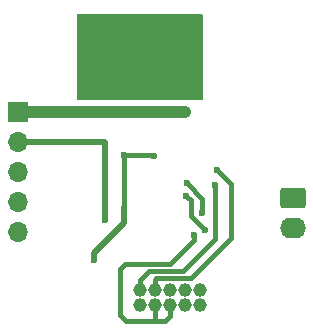
<source format=gbr>
%TF.GenerationSoftware,KiCad,Pcbnew,9.0.0-9.0.0-2~ubuntu24.04.1*%
%TF.CreationDate,2025-03-10T00:00:20+00:00*%
%TF.ProjectId,boondocker-softstart,626f6f6e-646f-4636-9b65-722d736f6674,rev?*%
%TF.SameCoordinates,Original*%
%TF.FileFunction,Copper,L2,Bot*%
%TF.FilePolarity,Positive*%
%FSLAX46Y46*%
G04 Gerber Fmt 4.6, Leading zero omitted, Abs format (unit mm)*
G04 Created by KiCad (PCBNEW 9.0.0-9.0.0-2~ubuntu24.04.1) date 2025-03-10 00:00:20*
%MOMM*%
%LPD*%
G01*
G04 APERTURE LIST*
G04 Aperture macros list*
%AMRoundRect*
0 Rectangle with rounded corners*
0 $1 Rounding radius*
0 $2 $3 $4 $5 $6 $7 $8 $9 X,Y pos of 4 corners*
0 Add a 4 corners polygon primitive as box body*
4,1,4,$2,$3,$4,$5,$6,$7,$8,$9,$2,$3,0*
0 Add four circle primitives for the rounded corners*
1,1,$1+$1,$2,$3*
1,1,$1+$1,$4,$5*
1,1,$1+$1,$6,$7*
1,1,$1+$1,$8,$9*
0 Add four rect primitives between the rounded corners*
20,1,$1+$1,$2,$3,$4,$5,0*
20,1,$1+$1,$4,$5,$6,$7,0*
20,1,$1+$1,$6,$7,$8,$9,0*
20,1,$1+$1,$8,$9,$2,$3,0*%
G04 Aperture macros list end*
%TA.AperFunction,ComponentPad*%
%ADD10O,2.190000X1.740000*%
%TD*%
%TA.AperFunction,ComponentPad*%
%ADD11RoundRect,0.250000X-0.845000X0.620000X-0.845000X-0.620000X0.845000X-0.620000X0.845000X0.620000X0*%
%TD*%
%TA.AperFunction,ComponentPad*%
%ADD12R,1.700000X1.700000*%
%TD*%
%TA.AperFunction,ComponentPad*%
%ADD13O,1.700000X1.700000*%
%TD*%
%TA.AperFunction,ComponentPad*%
%ADD14C,1.150000*%
%TD*%
%TA.AperFunction,ViaPad*%
%ADD15C,0.600000*%
%TD*%
%TA.AperFunction,ViaPad*%
%ADD16C,1.000000*%
%TD*%
%TA.AperFunction,Conductor*%
%ADD17C,0.400000*%
%TD*%
%TA.AperFunction,Conductor*%
%ADD18C,0.500000*%
%TD*%
%TA.AperFunction,Conductor*%
%ADD19C,1.000000*%
%TD*%
G04 APERTURE END LIST*
D10*
%TO.P,J2,2,Pin_2*%
%TO.N,/nSW*%
X104930000Y-94220000D03*
D11*
%TO.P,J2,1,Pin_1*%
%TO.N,GND*%
X104930000Y-91680000D03*
%TD*%
D12*
%TO.P,J3,1,Pin_1*%
%TO.N,+BATT*%
X81600000Y-84440000D03*
D13*
%TO.P,J3,2,Pin_2*%
%TO.N,GND*%
X81600000Y-86980000D03*
%TO.P,J3,3,Pin_3*%
%TO.N,Net-(J3-Pin_3)*%
X81600000Y-89520000D03*
%TO.P,J3,4,Pin_4*%
%TO.N,Net-(J3-Pin_4)*%
X81600000Y-92060000D03*
%TO.P,J3,5,Pin_5*%
%TO.N,Net-(J3-Pin_5)*%
X81600000Y-94600000D03*
%TD*%
D14*
%TO.P,J1,1,1*%
%TO.N,+3.3V*%
X91930000Y-100750000D03*
%TO.P,J1,2,2*%
%TO.N,/SWDAT*%
X91930000Y-99480000D03*
%TO.P,J1,3,3*%
%TO.N,GND*%
X93200000Y-100750000D03*
%TO.P,J1,4,4*%
%TO.N,/SWCLK*%
X93200000Y-99480000D03*
%TO.P,J1,5,5*%
%TO.N,GND*%
X94470000Y-100750000D03*
%TO.P,J1,6,6*%
%TO.N,unconnected-(J1-Pad6)*%
X94470000Y-99480000D03*
%TO.P,J1,7,7*%
%TO.N,unconnected-(J1-Pad7)*%
X95740000Y-100750000D03*
%TO.P,J1,8,8*%
%TO.N,unconnected-(J1-Pad8)*%
X95740000Y-99480000D03*
%TO.P,J1,9,9*%
%TO.N,unconnected-(J1-Pad9)*%
X97010000Y-100750000D03*
%TO.P,J1,10,10*%
%TO.N,/nRST*%
X97010000Y-99480000D03*
%TD*%
D15*
%TO.N,/SWCLK*%
X98450000Y-89300000D03*
%TO.N,/SWDAT*%
X98350000Y-90600000D03*
%TO.N,+3.3V*%
X90650000Y-88105000D03*
X93150000Y-88150000D03*
X88100000Y-96975000D03*
X90650000Y-92600000D03*
%TO.N,/nRST*%
X97450000Y-94450000D03*
X95900000Y-91550000D03*
D16*
%TO.N,GND*%
X94400000Y-78550000D03*
D15*
X96550000Y-94850000D03*
X95950000Y-90450000D03*
X89000000Y-93550000D03*
D16*
X90000000Y-80550000D03*
X91400000Y-82750000D03*
X90000000Y-81800000D03*
D15*
X89000000Y-89100000D03*
D16*
X93000000Y-82750000D03*
X93000000Y-76700000D03*
X90000000Y-77700000D03*
X91450000Y-76750000D03*
D15*
X97250000Y-92950000D03*
D16*
X94400000Y-80850000D03*
X90000000Y-79000000D03*
D15*
%TO.N,+BATT*%
X95750000Y-84440000D03*
%TD*%
D17*
%TO.N,/SWDAT*%
X91930000Y-99480000D02*
X91930000Y-98666828D01*
X91930000Y-98666828D02*
X92695828Y-97901000D01*
X92695828Y-97901000D02*
X95599000Y-97901000D01*
X95599000Y-97901000D02*
X98350000Y-95150000D01*
X98350000Y-95150000D02*
X98350000Y-90600000D01*
%TO.N,/SWCLK*%
X93200000Y-99480000D02*
X93200000Y-98666828D01*
X93200000Y-98666828D02*
X93364828Y-98502000D01*
X93364828Y-98502000D02*
X96248000Y-98502000D01*
X96248000Y-98502000D02*
X99650000Y-95100000D01*
%TO.N,GND*%
X93200000Y-102100000D02*
X94050000Y-102100000D01*
X94050000Y-102100000D02*
X94470000Y-101680000D01*
X94470000Y-101680000D02*
X94470000Y-100750000D01*
X96550000Y-94850000D02*
X96550000Y-95250000D01*
X96550000Y-95250000D02*
X94500000Y-97300000D01*
X90250000Y-101600000D02*
X90750000Y-102100000D01*
X94500000Y-97300000D02*
X90700000Y-97300000D01*
X90700000Y-97300000D02*
X90250000Y-97750000D01*
X93200000Y-102100000D02*
X93200000Y-100750000D01*
X90250000Y-97750000D02*
X90250000Y-101600000D01*
X90750000Y-102100000D02*
X93200000Y-102100000D01*
D18*
%TO.N,+3.3V*%
X88100000Y-96975000D02*
X88100000Y-96350000D01*
X90650000Y-93800000D02*
X90650000Y-92600000D01*
X88100000Y-96350000D02*
X90650000Y-93800000D01*
D17*
%TO.N,/SWCLK*%
X99650000Y-90500000D02*
X98450000Y-89300000D01*
X99650000Y-95100000D02*
X99650000Y-90500000D01*
%TO.N,+3.3V*%
X90650000Y-88105000D02*
X93105000Y-88105000D01*
X90650000Y-88105000D02*
X90650000Y-92600000D01*
X93105000Y-88105000D02*
X93150000Y-88150000D01*
%TO.N,/nRST*%
X96250000Y-91900000D02*
X96250000Y-93250000D01*
X96250000Y-93250000D02*
X97450000Y-94450000D01*
X95900000Y-91550000D02*
X96250000Y-91900000D01*
D18*
%TO.N,GND*%
X89000000Y-86980000D02*
X89000000Y-89100000D01*
D17*
X97250000Y-92950000D02*
X97250000Y-91750000D01*
X97250000Y-91750000D02*
X95950000Y-90450000D01*
D18*
X89000000Y-86980000D02*
X81600000Y-86980000D01*
X89000000Y-89100000D02*
X89000000Y-93550000D01*
D19*
%TO.N,+BATT*%
X81600000Y-84440000D02*
X95750000Y-84440000D01*
%TD*%
%TA.AperFunction,Conductor*%
%TO.N,GND*%
G36*
X97111971Y-76102381D02*
G01*
X97152346Y-76110412D01*
X97197043Y-76128927D01*
X97220913Y-76144877D01*
X97226805Y-76150769D01*
X97231537Y-76152829D01*
X97255122Y-76179086D01*
X97271072Y-76202956D01*
X97289588Y-76247655D01*
X97297617Y-76288020D01*
X97300000Y-76312210D01*
X97300000Y-83267076D01*
X97297617Y-83291268D01*
X97291817Y-83320425D01*
X97288626Y-83328128D01*
X97288534Y-83333287D01*
X97273301Y-83365125D01*
X97263701Y-83379492D01*
X97229492Y-83413701D01*
X97215125Y-83423301D01*
X97170425Y-83441817D01*
X97141267Y-83447617D01*
X97117077Y-83450000D01*
X95913540Y-83450000D01*
X95889348Y-83447617D01*
X95848543Y-83439500D01*
X95848541Y-83439500D01*
X86768149Y-83439500D01*
X86750001Y-83434171D01*
X86731091Y-83433833D01*
X86702883Y-83420335D01*
X86701110Y-83419815D01*
X86699254Y-83418599D01*
X86679083Y-83405120D01*
X86644877Y-83370913D01*
X86628927Y-83347043D01*
X86610412Y-83302346D01*
X86602381Y-83261971D01*
X86600000Y-83237789D01*
X86600000Y-76312210D01*
X86602381Y-76288029D01*
X86610412Y-76247651D01*
X86628927Y-76202956D01*
X86644877Y-76179086D01*
X86679086Y-76144877D01*
X86702956Y-76128927D01*
X86747653Y-76110412D01*
X86788027Y-76102381D01*
X86812211Y-76100000D01*
X97087789Y-76100000D01*
X97111971Y-76102381D01*
G37*
%TD.AperFunction*%
%TD*%
M02*

</source>
